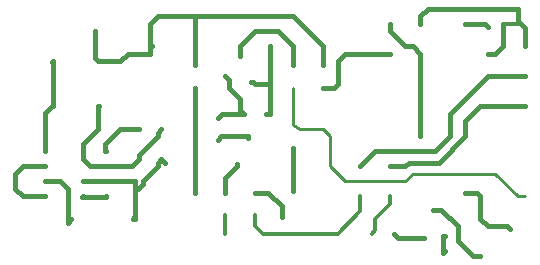
<source format=gbr>
G04 EAGLE Gerber RS-274X export*
G75*
%MOMM*%
%FSLAX34Y34*%
%LPD*%
%INTop Copper*%
%IPPOS*%
%AMOC8*
5,1,8,0,0,1.08239X$1,22.5*%
G01*
%ADD10C,0.406400*%
%ADD11C,0.304800*%
%ADD12C,0.254000*%


D10*
X44450Y88900D02*
X62900Y88900D01*
X44450Y88900D02*
X38100Y82550D01*
X38100Y69850D01*
X44450Y63500D01*
X62900Y63500D01*
X241300Y66650D02*
X252438Y66650D01*
X263525Y55563D01*
X263525Y46175D01*
X263550Y46150D01*
X215900Y66650D02*
X215900Y79375D01*
X225450Y88925D02*
X225450Y90600D01*
X225450Y88925D02*
X215900Y79375D01*
X142400Y69850D02*
X139700Y69850D01*
X161900Y95250D02*
X165100Y92050D01*
X114900Y76200D02*
X95250Y76200D01*
X158750Y88900D02*
X158750Y92100D01*
X161900Y95250D01*
X139700Y69850D02*
X139700Y46750D01*
X137400Y44450D01*
X139700Y69850D02*
X139700Y76200D01*
X114900Y76200D01*
X146050Y76200D02*
X158750Y88900D01*
X146050Y76200D02*
X146050Y73500D01*
X142400Y69850D01*
X139192Y44450D02*
X137400Y44450D01*
X138684Y43942D02*
X139192Y44450D01*
D11*
X215900Y47650D02*
X215900Y31750D01*
X330200Y50800D02*
X330200Y63500D01*
X330200Y50800D02*
X311150Y31750D01*
X247650Y31750D01*
X241300Y38100D01*
X241300Y47650D01*
D10*
X298450Y155600D02*
X308000Y155600D01*
X311150Y158750D01*
X311150Y177800D01*
X317500Y184150D01*
X355600Y184150D01*
X435610Y209550D02*
X438150Y207010D01*
X435610Y209550D02*
X419100Y209550D01*
X419100Y127000D02*
X419100Y114300D01*
X419100Y127000D02*
X431800Y139700D01*
X469900Y139700D01*
X368300Y88900D02*
X355600Y88900D01*
X368300Y88900D02*
X371475Y92075D01*
X396875Y92075D01*
X419100Y114300D01*
X342900Y101600D02*
X330200Y88900D01*
X342900Y101600D02*
X393700Y101600D01*
X406400Y114300D01*
X406400Y133350D01*
X438150Y165100D01*
X469900Y165100D01*
D12*
X273050Y155600D02*
X273050Y123800D01*
X304800Y88900D02*
X317500Y76200D01*
X304800Y88900D02*
X304800Y114300D01*
X463550Y63500D02*
X469900Y63500D01*
X463550Y63500D02*
X444500Y82550D01*
X279400Y120650D02*
X273050Y123800D01*
X279400Y120650D02*
X298450Y120650D01*
X304800Y114300D01*
X374650Y82550D02*
X444500Y82550D01*
X374650Y82550D02*
X368300Y76200D01*
X317500Y76200D01*
D10*
X431800Y50750D02*
X431800Y44450D01*
X438150Y38100D01*
X454500Y38100D01*
X457200Y35400D01*
X431800Y50750D02*
X431800Y63500D01*
X428625Y66675D02*
X419100Y66675D01*
X428625Y66675D02*
X431800Y63500D01*
X273050Y68150D02*
X273050Y104800D01*
X273050Y174600D02*
X273050Y190500D01*
X260350Y203200D01*
X241300Y203200D01*
X228600Y190500D01*
X228600Y182450D01*
X234950Y114300D02*
X234950Y112600D01*
X234950Y114300D02*
X212700Y114300D01*
X209550Y111150D01*
X219100Y161900D02*
X215900Y165100D01*
X212750Y133350D02*
X231800Y133350D01*
X212750Y133350D02*
X209550Y130150D01*
X219100Y155550D02*
X219100Y160450D01*
X219100Y155550D02*
X228600Y146050D01*
X228600Y136550D01*
X231800Y133350D01*
X219100Y160450D02*
X219100Y161900D01*
D11*
X355600Y63500D02*
X355600Y57150D01*
X342900Y44450D01*
X342900Y34900D01*
X339750Y31750D01*
D10*
X142900Y120650D02*
X127000Y120650D01*
X114300Y107950D01*
X114300Y102200D01*
X114900Y101600D01*
X114900Y88900D02*
X136550Y88900D01*
X142900Y95250D01*
X142900Y98450D01*
X158750Y114300D01*
X158750Y117500D01*
X161900Y120650D01*
X114900Y88900D02*
X101600Y88900D01*
X95250Y95250D01*
X107950Y139700D02*
X108900Y139700D01*
X107950Y139700D02*
X107950Y120650D01*
X95250Y107950D01*
X95250Y95250D01*
X114900Y63500D02*
X114646Y63246D01*
X94996Y63246D01*
X190500Y66650D02*
X190500Y88900D01*
X190500Y155600D01*
X95250Y63500D02*
X94996Y63246D01*
X62900Y133700D02*
X68900Y139700D01*
X68900Y176800D02*
X69900Y177800D01*
X69850Y139700D02*
X68900Y139700D01*
X69850Y139700D02*
X69850Y177750D01*
X69900Y177800D01*
X63500Y101600D02*
X62900Y101600D01*
X63500Y101600D02*
X63500Y133100D01*
X62900Y133700D01*
X62900Y76200D02*
X76200Y76200D01*
X82550Y69850D01*
X82550Y40800D01*
X85250Y44450D01*
X105250Y180450D02*
X105250Y203200D01*
X105250Y180450D02*
X107900Y177800D01*
X152400Y189450D02*
X153958Y191008D01*
X190500Y190500D02*
X190500Y174600D01*
X298450Y174600D02*
X298450Y190500D01*
X273050Y215900D01*
X190500Y215900D02*
X158750Y215900D01*
X190500Y215900D02*
X273050Y215900D01*
X158750Y215900D02*
X152400Y209550D01*
X190500Y215900D02*
X190500Y190500D01*
X152400Y189450D02*
X152400Y209550D01*
X127000Y177800D02*
X107900Y177800D01*
X127000Y177800D02*
X133350Y184150D01*
X152400Y184150D01*
X152400Y189450D01*
X250800Y133350D02*
X254000Y133350D01*
X254000Y158750D01*
X239600Y160450D02*
X238100Y160450D01*
X239600Y160450D02*
X241300Y158750D01*
X254000Y158750D01*
X254000Y190500D01*
X381000Y209550D02*
X381000Y215900D01*
X387350Y222250D01*
X463550Y222250D01*
X463550Y212090D01*
X466090Y209550D01*
X469900Y205740D02*
X469900Y190500D01*
X469900Y205740D02*
X466090Y209550D01*
X384175Y28575D02*
X384200Y28550D01*
X384175Y28575D02*
X361925Y28575D01*
X358750Y31750D01*
X392112Y52276D02*
X398574Y52276D01*
X412750Y38100D01*
X412750Y25400D01*
X425450Y12700D01*
X431750Y12700D01*
X431800Y12750D01*
X355600Y203200D02*
X355600Y209550D01*
X381000Y184150D02*
X381000Y114300D01*
X381000Y184150D02*
X374650Y190500D01*
X368300Y190500D01*
X355600Y203200D01*
X401613Y17438D02*
X400050Y15875D01*
X400050Y30276D02*
X401612Y30276D01*
X400050Y30276D02*
X400050Y15875D01*
X438150Y184150D02*
X444500Y184150D01*
X450850Y190500D01*
X450850Y209550D01*
D11*
X463550Y209550D01*
M02*

</source>
